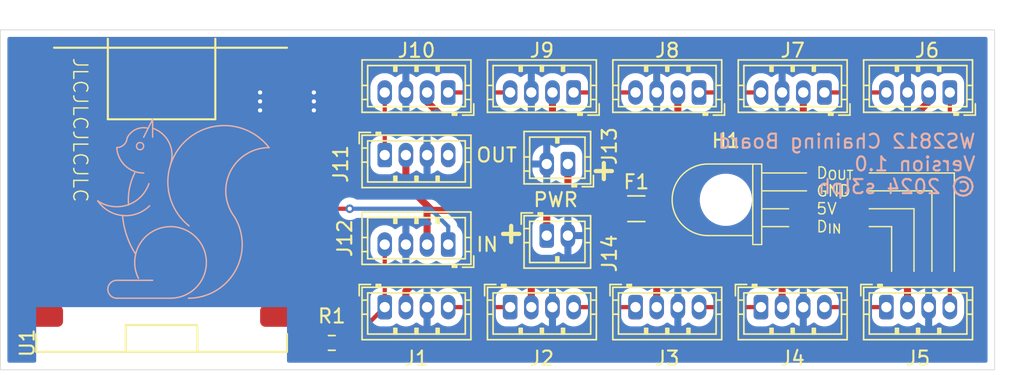
<source format=kicad_pcb>
(kicad_pcb
	(version 20240108)
	(generator "pcbnew")
	(generator_version "8.0")
	(general
		(thickness 1.6)
		(legacy_teardrops no)
	)
	(paper "A4")
	(layers
		(0 "F.Cu" signal)
		(31 "B.Cu" signal)
		(32 "B.Adhes" user "B.Adhesive")
		(33 "F.Adhes" user "F.Adhesive")
		(34 "B.Paste" user)
		(35 "F.Paste" user)
		(36 "B.SilkS" user "B.Silkscreen")
		(37 "F.SilkS" user "F.Silkscreen")
		(38 "B.Mask" user)
		(39 "F.Mask" user)
		(40 "Dwgs.User" user "User.Drawings")
		(41 "Cmts.User" user "User.Comments")
		(42 "Eco1.User" user "User.Eco1")
		(43 "Eco2.User" user "User.Eco2")
		(44 "Edge.Cuts" user)
		(45 "Margin" user)
		(46 "B.CrtYd" user "B.Courtyard")
		(47 "F.CrtYd" user "F.Courtyard")
		(48 "B.Fab" user)
		(49 "F.Fab" user)
		(50 "User.1" user)
		(51 "User.2" user)
		(52 "User.3" user)
		(53 "User.4" user)
		(54 "User.5" user)
		(55 "User.6" user)
		(56 "User.7" user)
		(57 "User.8" user)
		(58 "User.9" user)
	)
	(setup
		(pad_to_mask_clearance 0)
		(allow_soldermask_bridges_in_footprints no)
		(pcbplotparams
			(layerselection 0x00010fc_ffffffff)
			(plot_on_all_layers_selection 0x0000000_00000000)
			(disableapertmacros no)
			(usegerberextensions no)
			(usegerberattributes yes)
			(usegerberadvancedattributes yes)
			(creategerberjobfile yes)
			(dashed_line_dash_ratio 12.000000)
			(dashed_line_gap_ratio 3.000000)
			(svgprecision 4)
			(plotframeref no)
			(viasonmask no)
			(mode 1)
			(useauxorigin no)
			(hpglpennumber 1)
			(hpglpenspeed 20)
			(hpglpendiameter 15.000000)
			(pdf_front_fp_property_popups yes)
			(pdf_back_fp_property_popups yes)
			(dxfpolygonmode yes)
			(dxfimperialunits yes)
			(dxfusepcbnewfont yes)
			(psnegative no)
			(psa4output no)
			(plotreference yes)
			(plotvalue yes)
			(plotfptext yes)
			(plotinvisibletext no)
			(sketchpadsonfab no)
			(subtractmaskfromsilk no)
			(outputformat 1)
			(mirror no)
			(drillshape 0)
			(scaleselection 1)
			(outputdirectory "/tmp/foo/")
		)
	)
	(net 0 "")
	(net 1 "+5F")
	(net 2 "+5V")
	(net 3 "GND")
	(net 4 "Net-(J1-Pin_4)")
	(net 5 "Net-(J2-Pin_4)")
	(net 6 "Net-(J3-Pin_4)")
	(net 7 "Net-(J4-Pin_4)")
	(net 8 "Net-(J5-Pin_4)")
	(net 9 "Net-(J6-Pin_4)")
	(net 10 "Net-(J7-Pin_4)")
	(net 11 "Net-(J8-Pin_4)")
	(net 12 "Net-(J10-Pin_1)")
	(net 13 "Net-(J10-Pin_4)")
	(net 14 "BTN")
	(net 15 "unconnected-(J11-Pin_4-Pad4)")
	(net 16 "unconnected-(U1-D7-Pad3)")
	(net 17 "unconnected-(U1-D1-Pad10)")
	(net 18 "unconnected-(U1-D5-Pad1)")
	(net 19 "unconnected-(U1-D6-Pad2)")
	(net 20 "unconnected-(U1-D9-Pad5)")
	(net 21 "unconnected-(U1-D20-Pad7)")
	(net 22 "unconnected-(U1-D10-Pad6)")
	(net 23 "unconnected-(U1-D4-Pad13)")
	(net 24 "unconnected-(U1-D21-Pad8)")
	(net 25 "unconnected-(U1-D8-Pad4)")
	(net 26 "unconnected-(U1-3V3-Pad14)")
	(net 27 "D_{IN}")
	(net 28 "Net-(U1-D0)")
	(net 29 "unconnected-(U1-D2-Pad11)")
	(footprint "Connector_JST:JST_ZH_B4B-ZR_1x04_P1.50mm_Vertical" (layer "F.Cu") (at 210.82 60.325 180))
	(footprint "Connector_JST:JST_ZH_B4B-ZR_1x04_P1.50mm_Vertical" (layer "F.Cu") (at 219.71 60.325 180))
	(footprint "Connector_JST:JST_ZH_B4B-ZR_1x04_P1.50mm_Vertical" (layer "F.Cu") (at 206.32 75.565))
	(footprint "Connector_JST:JST_ZH_B4B-ZR_1x04_P1.50mm_Vertical" (layer "F.Cu") (at 232.99 75.565))
	(footprint "MountingHole:MountingHole_3.2mm_M3" (layer "F.Cu") (at 230.505 67.945))
	(footprint "Connector_JST:JST_ZH_B2B-ZR_1x02_P1.50mm_Vertical" (layer "F.Cu") (at 217.805 70.485))
	(footprint "Fuse:Fuse_1206_3216Metric" (layer "F.Cu") (at 224.155 68.58))
	(footprint "Connector_JST:JST_ZH_B2B-ZR_1x02_P1.50mm_Vertical" (layer "F.Cu") (at 219.305 65.405 180))
	(footprint "ledbcp:ESP32C3" (layer "F.Cu") (at 181.61 76.2))
	(footprint "Connector_JST:JST_ZH_B4B-ZR_1x04_P1.50mm_Vertical" (layer "F.Cu") (at 241.88 75.565))
	(footprint "Connector_JST:JST_ZH_B4B-ZR_1x04_P1.50mm_Vertical" (layer "F.Cu") (at 237.49 60.325 180))
	(footprint "Connector_JST:JST_ZH_B4B-ZR_1x04_P1.50mm_Vertical" (layer "F.Cu") (at 228.6 60.325 180))
	(footprint "Resistor_SMD:R_0603_1608Metric" (layer "F.Cu") (at 202.565 78.105))
	(footprint "Connector_JST:JST_ZH_B4B-ZR_1x04_P1.50mm_Vertical" (layer "F.Cu") (at 246.38 60.325 180))
	(footprint "Connector_JST:JST_ZH_B4B-ZR_1x04_P1.50mm_Vertical" (layer "F.Cu") (at 224.1 75.565))
	(footprint "Connector_JST:JST_ZH_B4B-ZR_1x04_P1.50mm_Vertical" (layer "F.Cu") (at 210.82 71.12 180))
	(footprint "Connector_JST:JST_ZH_B4B-ZR_1x04_P1.50mm_Vertical" (layer "F.Cu") (at 215.21 75.565))
	(footprint "Connector_JST:JST_ZH_B4B-ZR_1x04_P1.50mm_Vertical" (layer "F.Cu") (at 206.32 64.77))
	(gr_line
		(start 187.325 74.93)
		(end 191.135 74.93)
		(stroke
			(width 0.1)
			(type default)
		)
		(layer "B.SilkS")
		(uuid "04c369d0-d0b6-423b-9082-d07c89f05c0b")
	)
	(gr_arc
		(start 189.598474 66.797825)
		(mid 188.092623 68.310184)
		(end 185.977963 68.022038)
		(stroke
			(width 0.1)
			(type default)
		)
		(layer "B.SilkS")
		(uuid "0a397e8f-e23e-4dc0-a42d-1aae76820a48")
	)
	(gr_arc
		(start 188.059118 63.549559)
		(mid 188.68299 62.945679)
		(end 189.5475 62.865)
		(stroke
			(width 0.1)
			(type default)
		)
		(layer "B.SilkS")
		(uuid "151b5aba-f355-4963-a06f-6f11b3b8fe00")
	)
	(gr_arc
		(start 189.865 62.865)
		(mid 191.026051 63.871974)
		(end 191.135 65.405)
		(stroke
			(width 0.1)
			(type default)
		)
		(layer "B.SilkS")
		(uuid "25d6be35-82c9-488a-9f56-45ec718b717d")
	)
	(gr_arc
		(start 192.446119 69.798602)
		(mid 192.146086 63.817138)
		(end 198.119999 64.241756)
		(stroke
			(width 0.1)
			(type default)
		)
		(layer "B.SilkS")
		(uuid "31c797e5-88f1-4731-8758-fb87cb84d6b7")
	)
	(gr_arc
		(start 188.620987 71.738758)
		(mid 188.017023 70.452991)
		(end 187.734494 69.060818)
		(stroke
			(width 0.1)
			(type default)
		)
		(layer "B.SilkS")
		(uuid "31c983a1-64da-4f7a-810e-aaeab53745b8")
	)
	(gr_arc
		(start 188.160483 68.304436)
		(mid 188.221613 67.142259)
		(end 188.595 66.04)
		(stroke
			(width 0.1)
			(type default)
		)
		(layer "B.SilkS")
		(uuid "4115bf91-4371-444e-8f88-8e022ddabd74")
	)
	(gr_arc
		(start 187.325 74.93)
		(mid 186.69 74.295)
		(end 187.325 73.66)
		(stroke
			(width 0.1)
			(type default)
		)
		(layer "B.SilkS")
		(uuid "5b9dacb1-cada-4af0-a242-48b99c7ad0cb")
	)
	(gr_arc
		(start 195.672048 69.159771)
		(mid 195.720462 72.997182)
		(end 192.405 74.93)
		(stroke
			(width 0.1)
			(type default)
		)
		(layer "B.SilkS")
		(uuid "6b4eb480-0364-4423-8765-a79aa2634984")
	)
	(gr_line
		(start 187.325 73.66)
		(end 189.865 73.66)
		(stroke
			(width 0.1)
			(type default)
		)
		(layer "B.SilkS")
		(uuid "854797b9-21cb-49aa-89c1-be4be76bf3e4")
	)
	(gr_arc
		(start 189.23 66.042664)
		(mid 187.917195 65.519097)
		(end 187.325 64.235788)
		(stroke
			(width 0.1)
			(type default)
		)
		(layer "B.SilkS")
		(uuid "91523173-ec7a-425d-8a33-8409eccb2dc6")
	)
	(gr_line
		(start 189.865 62.23)
		(end 189.23 63.5)
		(stroke
			(width 0.1)
			(type default)
		)
		(layer "B.SilkS")
		(uuid "ae465ee2-83f1-4c61-a110-ec6a22c24ae8")
	)
	(gr_arc
		(start 188.863155 73.525923)
		(mid 192.470357 70.229347)
		(end 191.135 74.93)
		(stroke
			(width 0.1)
			(type default)
		)
		(layer "B.SilkS")
		(uuid "c20b1c98-ffaf-431f-b5c3-d49b103178e4")
	)
	(gr_arc
		(start 189.654547 68.369547)
		(mid 187.734493 69.060818)
		(end 185.977963 68.022038)
		(stroke
			(width 0.1)
			(type default)
		)
		(layer "B.SilkS")
		(uuid "cd5928b3-ebf4-46eb-a392-ee106ac770a5")
	)
	(gr_arc
		(start 195.672048 69.159771)
		(mid 195.373214 65.942782)
		(end 198.12 64.241756)
		(stroke
			(width 0.1)
			(type default)
		)
		(layer "B.SilkS")
		(uuid "eaa83ee3-3237-4920-9d71-fa8cd37b9af8")
	)
	(gr_line
		(start 189.865 63.5)
		(end 189.865 62.23)
		(stroke
			(width 0.1)
			(type default)
		)
		(layer "B.SilkS")
		(uuid "ef6915ca-8dc0-463a-87e3-982582b0c7ed")
	)
	(gr_circle
		(center 188.976 64.135)
		(end 188.976 63.881)
		(stroke
			(width 0.1)
			(type default)
		)
		(fill none)
		(layer "B.SilkS")
		(uuid "f01ea037-5f01-4b8d-ba51-96ebaf155cf1")
	)
	(gr_arc
		(start 188.059117 63.549559)
		(mid 187.827453 64.037517)
		(end 187.325 64.235788)
		(stroke
			(width 0.1)
			(type default)
		)
		(layer "B.SilkS")
		(uuid "f4452905-e959-491f-9572-ac94d805dc3b")
	)
	(gr_line
		(start 242.2525 69.85)
		(end 240.665 69.85)
		(stroke
			(width 0.1)
			(type default)
		)
		(layer "F.SilkS")
		(uuid "1c850b5d-152a-4ea0-b123-a21badd309f5")
	)
	(gr_line
		(start 243.84 68.58)
		(end 243.84 73.025)
		(stroke
			(width 0.1)
			(type default)
		)
		(layer "F.SilkS")
		(uuid "2a27bf2e-7521-4c99-8828-d25820d54b59")
	)
	(gr_line
		(start 233.045 67.31)
		(end 236.22 67.31)
		(stroke
			(width 0.1)
			(type default)
		)
		(layer "F.SilkS")
		(uuid "3a73e602-a2d4-467d-a307-e736fb962e26")
	)
	(gr_arc
		(start 229.235 70.485)
		(mid 226.695 67.945)
		(end 229.235 65.405)
		(stroke
			(width 0.1)
			(type default)
		)
		(layer "F.SilkS")
		(uuid "46ccc757-e295-413e-ad3a-72ff12cba1da")
	)
	(gr_line
		(start 240.665 68.58)
		(end 243.84 68.58)
		(stroke
			(width 0.1)
			(type default)
		)
		(layer "F.SilkS")
		(uuid "6e62c1b8-af15-4b42-a4c2-589250df9ea5")
	)
	(gr_line
		(start 232.41 70.485)
		(end 229.235 70.485)
		(stroke
			(width 0.1)
			(type default)
		)
		(layer "F.SilkS")
		(uuid "7fd80ff6-aa98-4c39-a955-c49300475e87")
	)
	(gr_line
		(start 233.045 68.58)
		(end 234.95 68.58)
		(stroke
			(width 0.1)
			(type default)
		)
		(layer "F.SilkS")
		(uuid "8c7f69b5-1bf8-4b8a-abe5-0c12543ae032")
	)
	(gr_line
		(start 246.6975 66.04)
		(end 246.6975 73.025)
		(stroke
			(width 0.1)
			(type default)
		)
		(layer "F.SilkS")
		(uuid "8eb7e1f8-7566-430e-9729-17131a724f7e")
	)
	(gr_line
		(start 240.665 67.31)
		(end 245.11 67.31)
		(stroke
			(width 0.1)
			(type default)
		)
		(layer "F.SilkS")
		(uuid "94af2848-c324-4091-9a16-4ef8c00116e6")
	)
	(gr_line
		(start 245.11 67.31)
		(end 245.11 73.025)
		(stroke
			(width 0.1)
			(type default)
		)
		(layer "F.SilkS")
		(uuid "a2496809-0724-4f69-93ef-76df62abd6db")
	)
	(gr_rect
		(start 232.41 65.405)
		(end 233.045 71.12)
		(stroke
			(width 0.1)
			(type default)
		)
		(fill none)
		(layer "F.SilkS")
		(uuid "ae15aff7-bd6b-43f8-a2a0-5960131869cd")
	)
	(gr_line
		(start 233.045 69.85)
		(end 234.95 69.85)
		(stroke
			(width 0.1)
			(type default)
		)
		(layer "F.SilkS")
		(uuid "b176b9b8-9d0c-472d-b4cc-6fa5cbdb76e1")
	)
	(gr_line
		(start 233.045 66.04)
		(end 236.22 66.04)
		(stroke
			(width 0.1)
			(type default)
		)
		(layer "F.SilkS")
		(uuid "b4c53f97-5e65-4fa1-9395-2e45487f9db3")
	)
	(gr_line
		(start 232.41 65.405)
		(end 229.235 65.405)
		(stroke
			(width 0.1)
			(type default)
		)
		(layer "F.SilkS")
		(uuid "c67087a1-6868-4dd4-ac48-ddfda3379f93")
	)
	(gr_line
		(start 242.2525 73.025)
		(end 242.2525 69.85)
		(stroke
			(width 0.1)
			(type default)
		)
		(layer "F.SilkS")
		(uuid "c77985a5-d5c5-471c-8595-4085a29a11de")
	)
	(gr_line
		(start 240.665 66.04)
		(end 246.6975 66.04)
		(stroke
			(width 0.1)
			(type default)
		)
		(layer "F.SilkS")
		(uuid "c9b10310-83f0-4bca-b6bc-8634b4336179")
	)
	(gr_rect
		(start 179.07 55.88)
		(end 249.555 80.01)
		(stroke
			(width 0.05)
			(type default)
		)
		(fill none)
		(layer "Edge.Cuts")
		(uuid "3298ed30-f1fd-4632-8ce0-1d8057c2018b")
	)
	(gr_text "WS2812 Chaining Board\nVersion 1.0\n© 2024 s3lph"
		(at 248.285 65.405 0)
		(layer "B.SilkS")
		(uuid "b5215d0b-2a47-4af8-a491-dc61bb10e710")
		(effects
			(font
				(size 1 1)
				(thickness 0.15)
			)
			(justify left mirror)
		)
	)
	(gr_text "PWR"
		(at 218.44 67.945 0)
		(layer "F.SilkS")
		(uuid "0073854f-944b-410d-9ea0-e4beaac98687")
		(effects
			(font
				(size 1 1)
				(thickness 0.15)
			)
		)
	)
	(gr_text "+"
		(at 216.408 69.596 180)
		(layer "F.SilkS")
		(uuid "342db025-161d-462b-ad0c-f6ac2d53ebee")
		(effects
			(font
				(size 1.5 1.5)
				(thickness 0.3)
				(bold yes)
			)
			(justify left bottom)
		)
	)
	(gr_text "5V"
		(at 236.855 68.58 0)
		(layer "F.SilkS")
		(uuid "5d4bba82-e161-44eb-8f8e-4b3f55d7dbbf")
		(effects
			(font
				(size 0.8 0.8)
				(thickness 0.1)
			)
			(justify left)
		)
	)
	(gr_text "D_{IN}"
		(at 236.855 69.85 0)
		(layer "F.SilkS")
		(uuid "65eac8dc-455d-4437-a40e-c53a144fd73f")
		(effects
			(font
				(size 0.8 0.8)
				(thickness 0.1)
			)
			(justify left)
		)
	)
	(gr_text "GND"
		(at 236.855 67.31 0)
		(layer "F.SilkS")
		(uuid "69846282-cd88-4823-9619-2e07e06a0030")
		(effects
			(font
				(size 0.8 0.8)
				(thickness 0.1)
			)
			(justify left)
		)
	)
	(gr_text "JLCJLCJLCJLC"
		(at 184.15 57.785 -90)
		(layer "F.SilkS")
		(uuid "96733c56-d94e-48d2-bef7-8cadff7b3fa8")
		(effects
			(font
				(size 1 1)
				(thickness 0.1)
			)
			(justify left bottom)
		)
	)
	(gr_text "+"
		(at 220.726 66.675 0)
		(layer "F.SilkS")
		(uuid "ab899919-1103-4717-8a6d-48ffec4d559c")
		(effects
			(font
				(size 1.5 1.5)
				(thickness 0.3)
				(bold yes)
			)
			(justify left bottom)
		)
	)
	(gr_text "OUT"
		(at 212.725 64.77 0)
		(layer "F.SilkS")
		(uuid "b19a9bc4-2ae1-481a-8edd-cca45bc98618")
		(effects
			(font
				(size 1 1)
				(thickness 0.15)
			)
			(justify left)
		)
	)
	(gr_text "IN"
		(at 212.725 71.12 0)
		(layer "F.SilkS")
		(uuid "bf50e774-f438-47c7-a187-c8d5a39f8171")
		(effects
			(font
				(size 1 1)
				(thickness 0.15)
			)
			(justify left)
		)
	)
	(gr_text "D_{OUT}"
		(at 236.855 66.04 0)
		(layer "F.SilkS")
		(uuid "d1dfb74f-7565-4f38-87f7-a5e5a2b77b12")
		(effects
			(font
				(size 0.8 0.8)
				(thickness 0.1)
			)
			(justify left)
		)
	)
	(segment
		(start 225.425 68.71)
		(end 225.425 73.66)
		(width 0.5)
		(layer "F.Cu")
		(net 1)
		(uuid "106d0db2-d6ab-44de-9835-86b469b36ea0")
	)
	(segment
		(start 244.88 60.325)
		(end 244.88 60.99)
		(width 0.5)
		(layer "F.Cu")
		(net 1)
		(uuid "160fecfe-946c-4c88-947a-f337e1ea7a2e")
	)
	(segment
		(start 234.49 73.835)
		(end 234.315 73.66)
		(width 0.5)
		(layer "F.Cu")
		(net 1)
		(uuid "1bc10340-58f2-4cf8-877c-f2c648e07660")
	)
	(segment
		(start 227.1 60.325)
		(end 227.1 62)
		(width 0.5)
		(layer "F.Cu")
		(net 1)
		(uuid "22f976b6-53cf-4343-95f7-7eb74c5dfe70")
	)
	(segment
		(start 208.577642 73.66)
		(end 207.82 74.417642)
		(width 0.5)
		(layer "F.Cu")
		(net 1)
		(uuid "3a01e81e-5d6a-4ed7-aecd-17d5b126f623")
	)
	(segment
		(start 225.6 75.565)
		(end 225.6 73.835)
		(width 0.5)
		(layer "F.Cu")
		(net 1)
		(uuid "3c958c42-5671-4b2e-97d0-60ac593f813a")
	)
	(segment
		(start 225.6 73.835)
		(end 225.425 73.66)
		(width 0.5)
		(layer "F.Cu")
		(net 1)
		(uuid "439b8f4d-0eec-4f09-add0-4010741c8650")
	)
	(segment
		(start 225.555 68.58)
		(end 225.425 68.45)
		(width 0.5)
		(layer "F.Cu")
		(net 1)
		(uuid "441c5b8d-f2e5-4cd0-b724-f396ae000a57")
	)
	(segment
		(start 210.56 62.23)
		(end 209.32 60.99)
		(width 0.5)
		(layer "F.Cu")
		(net 1)
		(uuid "507d1f7f-1370-49cb-8d7c-76e199e01672")
	)
	(segment
		(start 225.425 68.45)
		(end 225.425 62.23)
		(width 0.5)
		(layer "F.Cu")
		(net 1)
		(uuid "5229d0c9-3933-402b-b8bb-5180a7324ec2")
	)
	(segment
		(start 218.21 62)
		(end 218.44 62.23)
		(width 0.5)
		(layer "F.Cu")
		(net 1)
		(uuid "55758300-3fc2-4d97-ab90-6611254536c4")
	)
	(segment
		(start 216.71 75.565)
		(end 216.71 73.835)
		(width 0.5)
		(layer "F.Cu")
		(net 1)
		(uuid "5610f321-0e86-4eb9-b1e0-6b5b9bda0770")
	)
	(segment
		(start 225.425 62.23)
		(end 224.79 62.23)
		(width 0.5)
		(layer "F.Cu")
		(net 1)
		(uuid "565afa55-9cc7-422e-a904-ad652c9eff7d")
	)
	(segment
		(start 224.79 73.66)
		(end 216.535 73.66)
		(width 0.5)
		(layer "F.Cu")
		(net 1)
		(uuid "646c2473-807e-4275-94a5-b4e3ef1f2d6c")
	)
	(segment
		(start 236.22 62.23)
		(end 236.855 62.23)
		(width 0.5)
		(layer "F.Cu")
		(net 1)
		(uuid "7ce9fbc8-3f01-4238-adfc-f6ac43295b66")
	)
	(segment
		(start 218.21 60.325)
		(end 218.21 62)
		(width 0.5)
		(layer "F.Cu")
		(net 1)
		(uuid "8afae1b8-34e9-4652-8d8f-a870635e4116")
	)
	(segment
		(start 243.38 75.565)
		(end 243.38 74.2)
		(width 0.5)
		(layer "F.Cu")
		(net 1)
		(uuid "8b42a238-8dd5-47cd-8aba-9c667b8c9fbe")
	)
	(segment
		(start 225.555 68.58)
		(end 225.425 68.71)
		(width 0.5)
		(layer "F.Cu")
		(net 1)
		(uuid "8f2c5cb8-13cc-45d3-9163-796b71712cc6")
	)
	(segment
		(start 242.84 73.66)
		(end 234.315 73.66)
		(width 0.5)
		(layer "F.Cu")
		(net 1)
		(uuid "90152d41-d26e-4940-96a2-43d3f4606e1b")
	)
	(segment
		(start 216.535 73.66)
		(end 208.577642 73.66)
		(width 0.5)
		(layer "F.Cu")
		(net 1)
		(uuid "90ee8c23-04af-4087-9913-eb8afdf4b4e9")
	)
	(segment
		(start 225.425 73.66)
		(end 224.79 73.66)
		(width 0.5)
		(layer "F.Cu")
		(net 1)
		(uuid "90f9efe1-20c4-4255-a734-4db3e2c42635")
	)
	(segment
		(start 234.49 75.565)
		(end 234.49 73.835)
		(width 0.5)
		(layer "F.Cu")
		(net 1)
		(uuid "91f7289a-a108-4c8d-9a5f-25b69feee2ce")
	)
	(segment
		(start 243.64 62.23)
		(end 236.855 62.23)
		(width 0.5)
		(layer "F.Cu")
		(net 1)
		(uuid "ad6c6bd1-ba40-49ea-af07-d0951d1d2ea7")
	)
	(segment
		(start 235.99 60.325)
		(end 235.99 62)
		(width 0.5)
		(layer "F.Cu")
		(net 1)
		(uuid "add91d8b-c54f-4799-9802-b2bd6e6d4dad")
	)
	(segment
		(start 218.44 62.23)
		(end 210.56 62.23)
		(width 0.5)
		(layer "F.Cu")
		(net 1)
		(uuid "b267e532-6d1f-4f00-880a-0c3bf08efd07")
	)
	(segment
		(start 209.32 60.99)
		(end 209.32 60.325)
		(width 0.5)
		(layer "F.Cu")
		(net 1)
		(uuid "b62a7370-1f80-4598-bc76-1685c8699280")
	)
	(segment
		(start 243.38 74.2)
		(end 242.84 73.66)
		(width 0.5)
		(layer "F.Cu")
		(net 1)
		(uuid "bb86e8fc-b541-4b83-bb5c-67987c87fa6e")
	)
	(segment
		(start 236.855 62.23)
		(end 227.33 62.23)
		(width 0.5)
		(layer "F.Cu")
		(net 1)
		(uuid "bdd9ed89-ef50-488a-8d6d-84ac4ad7562e")
	)
	(segment
		(start 224.79 62.23)
		(end 218.44 62.23)
		(width 0.5)
		(layer "F.Cu")
		(net 1)
		(uuid "ca1e8b77-2a4b-46fb-8303-64cf88facd8f")
	)
	(segment
		(start 227.33 62.23)
		(end 225.425 62.23)
		(width 0.5)
		(layer "F.Cu")
		(net 1)
		(uuid "d3bde49e-d5d4-45e6-aa4b-7c3da3fd82d1")
	)
	(segment
		(start 227.1 62)
		(end 227.33 62.23)
		(width 0.5)
		(layer "F.Cu")
		(net 1)
		(uuid "e7e7028d-060b-4add-bbd2-a8359c4159a1")
	)
	(segment
		(start 207.82 74.417642)
		(end 207.82 75.565)
		(width 0.5)
		(layer "F.Cu")
		(net 1)
		(uuid "ee01631d-519e-4f85-8592-4e54a9e03f61")
	)
	(segment
		(start 234.315 73.66)
		(end 225.425 73.66)
		(width 0.5)
		(layer "F.Cu")
		(net 1)
		(uuid "f512db4b-c597-4478-a247-3974f2eb9f3a")
	)
	(segment
		(start 235.99 62)
		(end 236.22 62.23)
		(width 0.5)
		(layer "F.Cu")
		(net 1)
		(uuid "f564618c-d335-45c0-ab64-053d9de27138")
	)
	(segment
		(start 244.88 60.99)
		(end 243.64 62.23)
		(width 0.5)
		(layer "F.Cu")
		(net 1)
		(uuid "fb753375-1678-4251-84fb-2961704868f2")
	)
	(segment
		(start 219.075 68.695)
		(end 222.64 68.695)
		(width 0.5)
		(layer "F.Cu")
		(net 2)
		(uuid "240fede0-b004-4fa1-871b-b8f13b0c71f6")
	)
	(segment
		(start 219.305 68.465)
		(end 219.075 68.695)
		(width 0.5)
		(layer "F.Cu")
		(net 2)
		(uuid "3f628552-5a3b-41ac-b539-97047624001f")
	)
	(segment
		(start 209.32 68.35)
		(end 207.82 66.85)
		(width 0.5)
		(layer "F.Cu")
		(net 2)
		(uuid "48ccceef-83ab-4021-b919-78bcfd16d7df")
	)
	(segment
		(start 222.64 68.695)
		(end 222.755 68.58)
		(width 0.5)
		(layer "F.Cu")
		(net 2)
		(uuid "4b4db481-086d-49fa-9a3a-30f802c33fdb")
	)
	(segment
		(start 203.2 65.405)
		(end 203.2 59.69)
		(width 0.5)
		(layer "F.Cu")
		(net 2)
		(uuid "4c7c5994-f1b6-424b-be0b-de53c2d98ca7")
	)
	(segment
		(start 203.2 59.69)
		(end 201.93 58.42)
		(width 0.5)
		(layer "F.Cu")
		(net 2)
		(uuid "6fac6e17-cd01-42c6-ba0f-088f11776ed8")
	)
	(segment
		(start 218.89 68.695)
		(end 219.075 68.695)
		(width 0.5)
		(layer "F.Cu")
		(net 2)
		(uuid "7b6bacd1-83f0-48e3-8726-ece6938208c6")
	)
	(segment
		(start 207.82 66.85)
		(end 204.645 66.85)
		(width 0.5)
		(layer "F.Cu")
		(net 2)
		(uuid "7d92ecb8-0767-49d6-ad07-57e3ad7e5eba")
	)
	(segment
		(start 209.32 71.12)
		(end 209.32 68.35)
		(width 0.5)
		(layer "F.Cu")
		(net 2)
		(uuid "8bd17fda-30f7-4e27-80e2-f959bcadd6cf")
	)
	(segment
		(start 217.805 68.695)
		(end 209.665 68.695)
		(width 0.5)
		(layer "F.Cu")
		(net 2)
		(uuid "9a4e88ea-0902-4c03-b154-aef435982c82")
	)
	(segment
		(start 218.89 68.695)
		(end 217.805 68.695)
		(width 0.5)
		(layer "F.Cu")
		(net 2)
		(uuid "a4027cf7-b666-4e5e-93e3-598bffa6220c")
	)
	(segment
		(start 204.645 66.85)
		(end 203.2 65.405)
		(width 0.5)
		(layer "F.Cu")
		(net 2)
		(uuid "a663cfdc-17f2-4a37-bacd-c69f7d6e8708")
	)
	(segment
		(start 207.82 66.85)
		(end 207.82 64.77)
		(width 0.5)
		(layer "F.Cu")
		(net 2)
		(uuid "c07bbb18-c738-4ba8-a86e-c1e4d65b967c")
	)
	(segment
		(start 209.665 68.695)
		(end 209.32 68.35)
		(width 0.5)
		(layer "F.Cu")
		(net 2)
		(uuid "c12b43be-4dfb-42ad-a55b-26bc695cefaa")
	)
	(segment
		(start 219.305 65.405)
		(end 219.305 68.465)
		(width 0.5)
		(layer "F.Cu")
		(net 2)
		(uuid "dfcd2cde-9b8e-4e36-b15a-89c852169fc8")
	)
	(segment
		(start 217.805 70.485)
		(end 217.805 68.695)
		(width 0.5)
		(layer "F.Cu")
		(net 2)
		(uuid "ef3659fb-f402-43ec-9031-60ed77465af1")
	)
	(segment
		(start 201.93 58.42)
		(end 199.39 58.42)
		(width 0.5)
		(layer "F.Cu")
		(net 2)
		(uuid "f39d362a-07ba-4f05-8557-26ddcf8f23dd")
	)
	(via
		(at 201.295 60.325)
		(size 0.6)
		(drill 0.3)
		(layers "F.Cu" "B.Cu")
		(free yes)
		(net 3)
		(uuid "18dbf1c6-dd33-4e15-979e-7fcbaf1fcd2b")
	)
	(via
		(at 197.485 60.325)
		(size 0.6)
		(drill 0.3)
		(layers "F.Cu" "B.Cu")
		(free yes)
		(net 3)
		(uuid "3928a7e9-9edc-4a68-9b10-454b6867ec2e")
	)
	(via
		(at 197.485 60.96)
		(size 0.6)
		(drill 0.3)
		(layers "F.Cu" "B.Cu")
		(net 3)
		(uuid "4f06ea05-f71a-45aa-b37f-15bc13717c53")
	)
	(via
		(at 201.295 60.96)
		(size 0.6)
		(drill 0.3)
		(layers "F.Cu" "B.Cu")
		(free yes)
		(net 3)
		(uuid "567225b0-6420-4078-8c93-0e3704536ccc")
	)
	(via
		(at 197.485 61.595)
		(size 0.6)
		(drill 0.3)
		(layers "F.Cu" "B.Cu")
		(free yes)
		(net 3)
		(uuid "5f38f817-4cc1-4171-b114-792390db0a96")
	)
	(via
		(at 201.295 61.595)
		(size 0.6)
		(drill 0.3)
		(layers "F.Cu" "B.Cu")
		(free yes)
		(net 3)
		(uuid "7ca05e76-5552-4e03-ae4f-ddbd2d91965c")
	)
	(segment
		(start 210.82 75.565)
		(end 215.21 75.565)
		(width 0.3)
		(layer "F.Cu")
		(net 4)
		(uuid "398801bf-07d0-4d3b-9d2f-2eebaa554e3b")
	)
	(segment
		(start 219.71 75.565)
		(end 224.1 75.565)
		(width 0.3)
		(layer "F.Cu")
		(net 5)
		(uuid "e4bfbc3b-42ac-485e-87da-2d18445e5511")
	)
	(segment
		(start 228.6 75.565)
		(end 232.99 75.565)
		(width 0.3)
		(layer "F.Cu")
		(net 6)
		(uuid "3a0f3b51-cb21-49f8-ab39-814cdf628185")
	)
	(segment
		(start 237.49 75.565)
		(end 241.88 75.565)
		(width 0.3)
		(layer "F.Cu")
		(net 7)
		(uuid "1ac01b77-7336-46e0-924e-e05dfe0ecb97")
	)
	(segment
		(start 246.38 60.325)
		(end 246.38 75.565)
		(width 0.3)
		(layer "F.Cu")
		(net 8)
		(uuid "005d9ac9-247e-47e8-9d67-47bea80e5b22")
	)
	(segment
		(start 241.88 60.325)
		(end 237.49 60.325)
		(width 0.3)
		(layer "F.Cu")
		(net 9)
		(uuid "ef7e69a3-4fc7-4dc1-b94d-ca8655995c65")
	)
	(segment
		(start 232.99 60.325)
		(end 228.6 60.325)
		(width 0.3)
		(layer "F.Cu")
		(net 10)
		(uuid "66528275-a85a-44cf-98e2-6a6b92e6d0ab")
	)
	(segment
		(start 224.1 60.325)
		(end 219.71 60.325)
		(width 0.3)
		(layer "F.Cu")
		(net 11)
		(uuid "81ec4061-8013-4684-af3e-c8e8172e148f")
	)
	(segment
		(start 215.21 60.325)
		(end 210.82 60.325)
		(width 0.3)
		(layer "F.Cu")
		(net 12)
		(uuid "fef76de9-4912-4e51-8f28-b7dfbe594572")
	)
	(segment
		(start 206.32 64.77)
		(end 206.32 60.325)
		(width 0.3)
		(layer "F.Cu")
		(net 13)
		(uuid "c9f3e954-fff8-4a83-93db-e607cc3252f9")
	)
	(segment
		(start 203.835 68.58)
		(end 203.835012 68.580012)
		(width 0.3)
		(layer "F.Cu")
		(net 14)
		(uuid "396ea336-1ffe-4d85-947a-af044689b14d")
	)
	(segment
		(start 199.39 68.58)
		(end 203.835 68.58)
		(width 0.3)
		(layer "F.Cu")
		(net 14)
		(uuid "a18e48bc-0788-4a8a-93b4-26ea742903ea")
	)
	(via
		(at 203.835012 68.580012)
		(size 0.6)
		(drill 0.3)
		(layers "F.Cu" "B.Cu")
		(net 14)
		(uuid "847b9487-34f6-43b6-9c7a-ca5eeead0fb4")
	)
	(segment
		(start 209.550012 68.580012)
		(end 203.835012 68.580012)
		(width 0.3)
		(layer "B.Cu")
		(net 14)
		(uuid "21e9e56b-9702-4031-98e6-92f6de637f48")
	)
	(segment
		(start 210.82 69.85)
		(end 209.550012 68.580012)
		(width 0.3)
		(layer "B.Cu")
		(net 14)
		(uuid "2a6a9f5c-fcca-443e-a9a1-b83d8f84812a")
	)
	(segment
		(start 210.82 71.12)
		(end 210.82 69.85)
		(width 0.3)
		(layer "B.Cu")
		(net 14)
		(uuid "ee2ee46d-8f2a-4a5b-8fb0-5df1902decb1")
	)
	(segment
		(start 203.78 78.105)
		(end 203.39 78.105)
		(width 0.3)
		(layer "F.Cu")
		(net 27)
		(uuid "55f3af7c-6fe7-4f26-8acc-414267e4d662")
	)
	(segment
		(start 206.32 75.565)
		(end 203.78 78.105)
		(width 0.3)
		(layer "F.Cu")
		(net 27)
		(uuid "bc627017-021f-4e9d-8692-c2dd9b780f9b")
	)
	(segment
		(start 206.32 75.565)
		(end 206.32 71.12)
		(width 0.3)
		(layer "F.Cu")
		(net 27)
		(uuid "dece0496-664b-456d-b210-1c6d57543520")
	)
	(segment
		(start 201.74 78.105)
		(end 200.66 77.025)
		(width 0.3)
		(layer "F.Cu")
		(net 28)
		(uuid "2bb00152-492b-4af8-88fb-12d74051d69f")
	)
	(segment
		(start 200.66 77.025)
		(end 200.66 76.2)
		(width 0.3)
		(layer "F.Cu")
		(net 28)
		(uuid "d088414a-5d67-4bab-86c4-f745d999f043")
	)
	(zone
		(net 3)
		(net_name "GND")
		(layer "B.Cu")
		(uuid "cecf51e5-63b7-44f4-bc0e-3fd163606128")
		(hatch edge 0.5)
		(priority 1)
		(connect_pads
			(clearance 0.5)
		)
		(min_thickness 0.25)
		(filled_areas_thickness no)
		(fill yes
			(thermal_gap 0.5)
			(thermal_bridge_width 0.5)
		)
		(polygon
			(pts
				(xy 179.07 55.88) (xy 249.555 55.88) (xy 249.555 80.01) (xy 179.07 80.01)
			)
		)
		(filled_polygon
			(layer "B.Cu")
			(pts
				(xy 248.997539 56.400185) (xy 249.043294 56.452989) (xy 249.0545 56.5045) (xy 249.0545 79.3855)
				(xy 249.034815 79.452539) (xy 248.982011 79.498294) (xy 248.9305 79.5095) (xy 199.514 79.5095) (xy 199.446961 79.489815)
				(xy 199.401206 79.437011) (xy 199.39 79.3855) (xy 199.39 75.565) (xy 181.61 75.565) (xy 181.61 79.3855)
				(xy 181.590315 79.452539) (xy 181.537511 79.498294) (xy 181.486 79.5095) (xy 179.6945 79.5095) (xy 179.627461 79.489815)
				(xy 179.581706 79.437011) (xy 179.5705 79.3855) (xy 179.5705 74.899983) (xy 205.3045 74.899983)
				(xy 205.3045 76.230001) (xy 205.304501 76.230018) (xy 205.315 76.332796) (xy 205.315001 76.332799)
				(xy 205.335951 76.39602) (xy 205.370186 76.499334) (xy 205.462288 76.648656) (xy 205.586344 76.772712)
				(xy 205.735666 76.864814) (xy 205.902203 76.919999) (xy 206.004991 76.9305) (xy 206.635008 76.930499)
				(xy 206.635016 76.930498) (xy 206.635019 76.930498) (xy 206.691302 76.924748) (xy 206.737797 76.919999)
				(xy 206.904334 76.864814) (xy 207.053656 76.772712) (xy 207.070674 76.755693) (xy 207.131994 76.722206)
				(xy 207.201686 76.727187) (xy 207.227249 76.740269) (xy 207.338973 76.814921) (xy 207.338986 76.814928)
				(xy 207.522625 76.890993) (xy 207.523789 76.891475) (xy 207.667185 76.919998) (xy 207.719977 76.930499)
				(xy 207.719981 76.9305) (xy 207.719982 76.9305) (xy 207.920019 76.9305) (xy 207.92002 76.930499)
				(xy 208.116211 76.891475) (xy 208.30102 76.814925) (xy 208.467344 76.703791) (xy 208.482671 76.688463)
				(xy 208.543989 76.654978) (xy 208.613681 76.659959) (xy 208.658034 76.688462) (xy 208.672971 76.703399)
				(xy 208.672975 76.703402) (xy 208.83921 76.814477) (xy 208.839223 76.814484) (xy 209.023929 76.890991)
				(xy 209.023936 76.890993) (xy 209.07 76.900155) (xy 209.07 75.831189) (xy 209.095884 75.857073)
				(xy 209.179115 75.905126) (xy 209.271947 75.93) (xy 209.368053 75.93) (xy 209.460885 75.905126)
				(xy 209.544116 75.857073) (xy 209.57 75.831189) (xy 209.57 76.900154) (xy 209.616063 76.890993)
				(xy 209.61607 76.890991) (xy 209.800776 76.814484) (xy 209.800789 76.814477) (xy 209.967023 76.703403)
				(xy 209.981962 76.688464) (xy 210.043285 76.654977) (xy 210.112977 76.65996) (xy 210.157329 76.688464)
				(xy 210.172653 76.703789) (xy 210.172656 76.703791) (xy 210.338973 76.814921) (xy 210.338986 76.814928)
				(xy 210.522625 76.890993) (xy 210.523789 76.891475) (xy 210.667185 76.919998) (xy 210.719977 76.930499)
				(xy 210.719981 76.9305) (xy 210.719982 76.9305) (xy 210.920019 76.9305) (xy 210.92002 76.930499)
				(xy 211.116211 76.891475) (xy 211.30102 76.814925) (xy 211.467344 76.703791) (xy 211.608791 76.562344)
				(xy 211.719925 76.39602) (xy 211.796475 76.211211) (xy 211.8355 76.015018) (xy 211.8355 75.114982)
				(xy 211.796475 74.918789) (xy 211.788685 74.899983) (xy 214.1945 74.899983) (xy 214.1945 76.230001)
				(xy 214.194501 76.230018) (xy 214.205 76.332796) (xy 214.205001 76.332799) (xy 214.225951 76.39602)
				(xy 214.260186 76.499334) (xy 214.352288 76.648656) (xy 214.476344 76.772712) (xy 214.625666 76.864814)
				(xy 214.792203 76.919999) (xy 214.894991 76.9305) (xy 215.525008 76.930499) (xy 215.525016 76.930498)
				(xy 215.525019 76.930498) (xy 215.581302 76.924748) (xy 215.627797 76.919999) (xy 215.794334 76.864814)
				(xy 215.943656 76.772712) (xy 215.960674 76.755693) (xy 216.021994 76.722206) (xy 216.091686 76.727187)
				(xy 216.117249 76.740269) (xy 216.228973 76.814921) (xy 216.228986 76.814928) (xy 216.412625 76.890993)
				(xy 216.413789 76.891475) (xy 216.557185 76.919998) (xy 216.609977 76.930499) (xy 216.609981 76.9305)
				(xy 216.609982 76.9305) (xy 216.810019 76.9305) (xy 216.81002 76.930499) (xy 217.006211 76.891475)
				(xy 217.19102 76.814925) (xy 217.357344 76.703791) (xy 217.372671 76.688463) (xy 217.433989 76.654978)
				(xy 217.503681 76.659959) (xy 217.548034 76.688462) (xy 217.562971 76.703399) (xy 217.562975 76.703402)
				(xy 217.72921 76.814477) (xy 217.729223 76.814484) (xy 217.913929 76.890991) (xy 217.913936 76.890993)
				(xy 217.96 76.900155) (xy 217.96 75.831189) (xy 217.985884 75.857073) (xy 218.069115 75.905126)
				(xy 218.161947 75.93) (xy 218.258053 75.93) (xy 218.350885 75.905126) (xy 218.434116 75.857073)
				(xy 218.46 75.831189) (xy 218.46 76.900155) (xy 218.506063 76.890993) (xy 218.50607 76.890991) (xy 218.690776 76.814484)
				(xy 218.690789 76.814477) (xy 218.857023 76.703403) (xy 218.871962 76.688464) (xy 218.933285 76.654977)
				(xy 219.002977 76.65996) (xy 219.047329 76.688464) (xy 219.062653 76.703789) (xy 219.062656 76.703791)
				(xy 219.228973 76.814921) (xy 219.228986 76.814928) (xy 219.412625 76.890993) (xy 219.413789 76.891475)
				(xy 219.557185 76.919998) (xy 219.609977 76.930499) (xy 219.609981 76.9305) (xy 219.609982 76.9305)
				(xy 219.810019 76.9305) (xy 219.81002 76.930499) (xy 220.006211 76.891475) (xy 220.19102 76.814925)
				(xy 220.357344 76.703791) (xy 220.498791 76.562344) (xy 220.609925 76.39602) (xy 220.686475 76.211211)
				(xy 220.7255 76.015018) (xy 220.7255 75.114982) (xy 220.686475 74.918789) (xy 220.678685 74.899983)
				(xy 223.0845 74.899983) (xy 223.0845 76.230001) (xy 223.084501 76.230018) (xy 223.095 76.332796)
				(xy 223.095001 76.332799) (xy 223.115951 76.39602) (xy 223.150186 76.499334) (xy 223.242288 76.648656)
				(xy 223.366344 76.772712) (xy 223.515666 76.864814) (xy 223.682203 76.919999) (xy 223.784991 76.9305)
				(xy 224.415008 76.930499) (xy 224.415016 76.930498) (xy 224.415019 76.930498) (xy 224.471302 76.924748)
				(xy 224.517797 76.919999) (xy 224.684334 76.864814) (xy 224.833656 76.772712) (xy 224.850674 76.755693)
				(xy 224.911994 76.722206) (xy 224.981686 76.727187) (xy 225.007249 76.740269) (xy 225.118973 76.814921)
				(xy 225.118986 76.814928) (xy 225.302625 76.890993) (xy 225.303789 76.891475) (xy 225.447185 76.919998)
				(xy 225.499977 76.930499) (xy 225.499981 76.9305) (xy 225.499982 76.9305) (xy 225.700019 76.9305)
				(xy 225.70002 76.930499) (xy 225.896211 76.891475) (xy 226.08102 76.814925) (xy 226.247344 76.703791)
				(xy 226.262671 76.688463) (xy 226.323989 76.654978) (xy 226.393681 76.659959) (xy 226.438034 76.688462)
				(xy 226.452971 76.703399) (xy 226.452975 76.703402) (xy 226.61921 76.814477) (xy 226.619223 76.814484)
				(xy 226.803929 76.890991) (xy 226.803936 76.890993) (xy 226.85 76.900155) (xy 226.85 75.831189)
				(xy 226.875884 75.857073) (xy 226.959115 75.905126) (xy 227.051947 75.93) (xy 227.148053 75.93)
				(xy 227.240885 75.905126) (xy 227.324116 75.857073) (xy 227.35 75.831189) (xy 227.35 76.900155)
				(xy 227.396063 76.890993) (xy 227.39607 76.890991) (xy 227.580776 76.814484) (xy 227.580789 76.814477)
				(xy 227.747023 76.703403) (xy 227.761962 76.688464) (xy 227.823285 76.654977) (xy 227.892977 76.65996)
				(xy 227.937329 76.688464) (xy 227.952653 76.703789) (xy 227.952656 76.703791) (xy 228.118973 76.814921)
				(xy 228.118986 76.814928) (xy 228.302625 76.890993) (xy 228.303789 76.891475) (xy 228.447185 76.919998)
				(xy 228.499977 76.930499) (xy 228.499981 76.9305) (xy 228.499982 76.9305) (xy 228.700019 76.9305)
				(xy 228.70002 76.930499) (xy 228.896211 76.891475) (xy 229.08102 76.814925) (xy 229.247344 76.703791)
				(xy 229.388791 76.562344) (xy 229.499925 76.39602) (xy 229.576475 76.211211) (xy 229.6155 76.015018)
				(xy 229.6155 75.114982) (xy 229.576475 74.918789) (xy 229.568685 74.899983) (xy 231.9745 74.899983)
				(xy 231.9745 76.230001) (xy 231.974501 76.230018) (xy 231.985 76.332796) (xy 231.985001 76.332799)
				(xy 232.005951 76.39602) (xy 232.040186 76.499334) (xy 232.132288 76.648656) (xy 232.256344 76.772712)
				(xy 232.405666 76.864814) (xy 232.572203 76.919999) (xy 232.674991 76.9305) (xy 233.305008 76.930499)
				(xy 233.305016 76.930498) (xy 233.305019 76.930498) (xy 233.361302 76.924748) (xy 233.407797 76.919999)
				(xy 233.574334 76.864814) (xy 233.723656 76.772712) (xy 233.740674 76.755693) (xy 233.801994 76.722206)
				(xy 233.871686 76.727187) (xy 233.897249 76.740269) (xy 234.008973 76.814921) (xy 234.008986 76.814928)
				(xy 234.192625 76.890993) (xy 234.193789 76.891475) (xy 234.337185 76.919998) (xy 234.389977 76.930499)
				(xy 234.389981 76.9305) (xy 234.389982 76.9305) (xy 234.590019 76.9305) (xy 234.59002 76.930499)
				(xy 234.786211 76.891475) (xy 234.97102 76.814925) (xy 235.137344 76.703791) (xy 235.152671 76.688463)
				(xy 235.213989 76.654978) (xy 235.283681 76.659959) (xy 235.328034 76.688462) (xy 235.342971 76.703399)
				(xy 235.342975 76.703402) (xy 235.50921 76.814477) (xy 235.509223 76.814484) (xy 235.693929 76.890991)
				(xy 235.693936 76.890993) (xy 235.74 76.900155) (xy 235.74 75.831189) (xy 235.765884 75.857073)
				(xy 235.849115 75.905126) (xy 235.941947 75.93) (xy 236.038053 75.93) (xy 236.130885 75.905126)
				(xy 236.214116 75.857073) (xy 236.24 75.831189) (xy 236.24 76.900154) (xy 236.286063 76.890993)
				(xy 236.28607 76.890991) (xy 236.470776 76.814484) (xy 236.470789 76.814477) (xy 236.637023 76.703403)
				(xy 236.651962 76.688464) (xy 236.713285 76.654977) (xy 236.782977 76.65996) (xy 236.827329 76.688464)
				(xy 236.842653 76.703789) (xy 236.842656 76.703791) (xy 237.008973 76.814921) (xy 237.008986 76.814928)
				(xy 237.192625 76.890993) (xy 237.193789 76.891475) (xy 237.337185 76.919998) (xy 237.389977 76.930499)
				(xy 237.389981 76.9305) (xy 237.389982 76.9305) (xy 237.590019 76.9305) (xy 237.59002 76.930499)
				(xy 237.786211 76.891475) (xy 237.97102 76.814925) (xy 238.137344 76.703791) (xy 238.278791 76.562344)
				(xy 238.389925 76.39602) (xy 238.466475 76.211211) (xy 238.5055 76.015018) (xy 238.5055 75.114982)
				(xy 238.466475 74.918789) (xy 238.458685 74.899983) (xy 240.8645 74.899983) (xy 240.8645 76.230001)
				(xy 240.864501 76.230018) (xy 240.875 76.332796) (xy 240.875001 76.332799) (xy 240.895951 76.39602)
				(xy 240.930186 76.499334) (xy 241.022288 76.648656) (xy 241.146344 76.772712) (xy 241.295666 76.864814)
				(xy 241.462203 76.919999) (xy 241.564991 76.9305) (xy 242.195008 76.930499) (xy 242.195016 76.930498)
				(xy 242.195019 76.930498) (xy 242.251302 76.924748) (xy 242.297797 76.919999) (xy 242.464334 76.864814)
				(xy 242.613656 76.772712) (xy 242.630674 76.755693) (xy 242.691994 76.722206) (xy 242.761686 76.727187)
				(xy 242.787249 76.740269) (xy 242.898973 76.814921) (xy 242.898986 76.814928) (xy 243.082625 76.890993)
				(xy 243.083789 76.891475) (xy 243.227185 76.919998) (xy 243.279977 76.930499) (xy 243.279981 76.9305)
				(xy 243.279982 76.9305) (xy 243.480019 76.9305) (xy 243.48002 76.930499) (xy 243.676211 76.891475)
				(xy 243.86102 76.814925) (xy 244.027344 76.703791) (xy 244.042671 76.688463) (xy 244.103989 76.654978)
				(xy 244.173681 76.659959) (xy 244.218034 76.688462) (xy 244.232971 76.703399) (xy 244.232975 76.703402)
				(xy 244.39921 76.814477) (xy 244.399223 76.814484) (xy 244.583929 76.890991) (xy 244.583936 76.890993)
				(xy 244.63 76.900155) (xy 244.63 75.831189) (xy 244.655884 75.857073) (xy 244.739115 75.905126)
				(xy 244.831947 75.93) (xy 244.928053 75.93) (xy 245.020885 75.905126) (xy 245.104116 75.857073)
				(xy 245.13 75.831189) (xy 245.13 76.900155) (xy 245.176063 76.890993) (xy 245.17607 76.890991) (xy 245.360776 76.814484)
				(xy 245.360789 76.814477) (xy 245.527023 76.703403) (xy 245.541962 76.688464) (xy 245.603285 76.654977)
				(xy 245.672977 76.65996) (xy 245.717329 76.688464) (xy 245.732653 76.703789) (xy 245.732656 76.703791)
				(xy 245.898973 76.814921) (xy 245.898986 76.814928) (xy 246.082625 76.890993) (xy 246.083789 76.891475)
				(xy 246.227185 76.919998) (xy 246.279977 76.930499) (xy 246.279981 76.9305) (xy 246.279982 76.9305)
				(xy 246.480019 76.9305) (xy 246.48002 76.930499) (xy 246.676211 76.891475) (xy 246.86102 76.814925)
				(xy 247.027344 76.703791) (xy 247.168791 76.562344) (xy 247.279925 76.39602) (xy 247.356475 76.211211)
				(xy 247.3955 76.015018) (xy 247.3955 75.114982) (xy 247.356475 74.918789) (xy 247.306113 74.797203)
				(xy 247.279928 74.733986) (xy 247.279921 74.733973) (xy 247.168791 74.567656) (xy 247.168788 74.567652)
				(xy 247.027347 74.426211) (xy 247.027343 74.426208) (xy 246.861026 74.315078) (xy 246.861013 74.315071)
				(xy 246.676215 74.238526) (xy 246.676203 74.238523) (xy 246.480022 74.1995) (xy 246.480018 74.1995)
				(xy 246.279982 74.1995) (xy 246.279977 74.1995) (xy 246.083796 74.238523) (xy 246.083784 74.238526)
				(xy 245.898986 74.315071) (xy 245.898973 74.315078) (xy 245.732656 74.426208) (xy 245.732652 74.426211)
				(xy 245.717327 74.441537) (xy 245.656004 74.475022) (xy 245.586312 74.470038) (xy 245.541965 74.441537)
				(xy 245.527028 74.4266) (xy 245.527024 74.426597) (xy 245.360789 74.315522) (xy 245.36078 74.315517)
				(xy 245.176065 74.239006) (xy 245.176057 74.239004) (xy 245.13 74.229842) (xy 245.13 75.298811)
				(xy 245.104116 75.272927) (xy 245.020885 75.224874) (xy 244.928053 75.2) (xy 244.831947 75.2) (xy 244.739115 75.224874)
				(xy 244.655884 75.272927) (xy 244.63 75.298811) (xy 244.63 74.229843) (xy 244.629999 74.229842)
				(xy 244.583942 74.239004) (xy 244.583934 74.239006) (xy 244.399219 74.315517) (xy 244.39921 74.315522)
				(xy 244.232975 74.426597) (xy 244.218032 74.44154) (xy 244.156708 74.475023) (xy 244.087016 74.470037)
				(xy 244.04267 74.441535) (xy 244.027346 74.42621) (xy 244.027343 74.426208) (xy 243.861026 74.315078)
				(xy 243.861013 74.315071) (xy 243.676215 74.238526) (xy 243.676203 74.238523) (xy 243.480022 74.1995)
				(xy 243.480018 74.1995) (xy 243.279982 74.1995) (xy 243.279977 74.1995) (xy 243.083796 74.238523)
				(xy 243.083784 74.238526) (xy 242.898986 74.315071) (xy 242.898968 74.315081) (xy 242.787248 74.38973)
				(xy 242.720571 74.410608) (xy 242.653191 74.392123) (xy 242.630677 74.374309) (xy 242.613657 74.357289)
				(xy 242.613656 74.357288) (xy 242.464334 74.265186) (xy 242.297797 74.210001) (xy 242.297795 74.21)
				(xy 242.19501 74.1995) (xy 241.564998 74.1995) (xy 241.56498 74.199501) (xy 241.462203 74.21) (xy 241.4622 74.210001)
				(xy 241.295668 74.265185) (xy 241.295663 74.265187) (xy 241.146342 74.357289) (xy 241.022289 74.481342)
				(xy 240.930187 74.630663) (xy 240.930186 74.630666) (xy 240.875001 74.797203) (xy 240.875001 74.797204)
				(xy 240.875 74.797204) (xy 240.8645 74.899983) (xy 238.458685 74.899983) (xy 238.416113 74.797203)
				(xy 238.389928 74.733986) (xy 238.389921 74.733973) (xy 238.278791 74.567656) (xy 238.278788 74.567652)
				(xy 238.137347 74.426211) (xy 238.137343 74.426208) (xy 237.971026 74.315078) (xy 237.971013 74.315071)
				(xy 237.786215 74.238526) (xy 237.786203 74.238523) (xy 237.590022 74.1995) (xy 237.590018 74.1995)
				(xy 237.389982 74.1995) (xy 237.389977 74.1995) (xy 237.193796 74.238523) (xy 237.193784 74.238526)
				(xy 237.008986 74.315071) (xy 237.008973 74.315078) (xy 236.842656 74.426208) (xy 236.842652 74.426211)
				(xy 236.827327 74.441537) (xy 236.766004 74.475022) (xy 236.696312 74.470038) (xy 236.651965 74.441537)
				(xy 236.637028 74.4266) (xy 236.637024 74.426597) (xy 236.470789 74.315522) (xy 236.47078 74.315517)
				(xy 236.286065 74.239006) (xy 236.286057 74.239004) (xy 236.24 74.229842) (xy 236.24 75.298811)
				(xy 236.214116 75.272927) (xy 236.130885 75.224874) (xy 236.038053 75.2) (xy 235.941947 75.2) (xy 235.849115 75.224874)
				(xy 235.765884 75.272927) (xy 235.74 75.298811) (xy 235.74 74.229843) (xy 235.739999 74.229842)
				(xy 235.693942 74.239004) (xy 235.693934 74.239006) (xy 235.509219 74.315517) (xy 235.50921 74.315522)
				(xy 235.342975 74.426597) (xy 235.328032 74.44154) (xy 235.266708 74.475023) (xy 235.197016 74.470037)
				(xy 235.15267 74.441535) (xy 235.137346 74.42621) (xy 235.137343 74.426208) (xy 234.971026 74.315078)
				(xy 234.971013 74.315071) (xy 234.786215 74.238526) (xy 234.786203 74.238523) (xy 234.590022 74.1995)
				(xy 234.590018 74.1995) (xy 234.389982 74.1995) (xy 234.389977 74.1995) (xy 234.193796 74.238523)
				(xy 234.193784 74.238526) (xy 234.008986 74.315071) (xy 234.008968 74.315081) (xy 233.897248 74.38973)
				(xy 233.830571 74.410608) (xy 233.763191 74.392123) (xy 233.740677 74.374309) (xy 233.723657 74.357289)
				(xy 233.723656 74.357288) (xy 233.574334 74.265186) (xy 233.407797 74.210001) (xy 233.407795 74.21)
				(xy 233.30501 74.1995) (xy 232.674998 74.1995) (xy 232.67498 74.199501) (xy 232.572203 74.21) (xy 232.5722 74.210001)
				(xy 232.405668 74.265185) (xy 232.405663 74.265187) (xy 232.256342 74.357289) (xy 232.132289 74.481342)
				(xy 232.040187 74.630663) (xy 232.040186 74.630666) (xy 231.985001 74.797203) (xy 231.985001 74.797204)
				(xy 231.985 74.797204) (xy 231.9745 74.899983) (xy 229.568685 74.899983) (xy 229.526113 74.797203)
				(xy 229.499928 74.733986) (xy 229.499921 74.733973) (xy 229.388791 74.567656) (xy 229.388788 74.567652)
				(xy 229.247347 74.426211) (xy 229.247343 74.426208) (xy 229.081026 74.315078) (xy 229.081013 74.315071)
				(xy 228.896215 74.238526) (xy 228.896203 74.238523) (xy 228.700022 74.1995) (xy 228.700018 74.1995)
				(xy 228.499982 74.1995) (xy 228.499977 74.1995) (xy 228.303796 74.238523) (xy 228.303784 74.238526)
				(xy 228.118986 74.315071) (xy 228.118973 74.315078) (xy 227.952656 74.426208) (xy 227.952652 74.426211)
				(xy 227.937327 74.441537) (xy 227.876004 74.475022) (xy 227.806312 74.470038) (xy 227.761965 74.441537)
				(xy 227.747028 74.4266) (xy 227.747024 74.426597) (xy 227.580789 74.315522) (xy 227.58078 74.315517)
				(xy 227.396065 74.239006) (xy 227.396057 74.239004) (xy 227.35 74.229842) (xy 227.35 75.298811)
				(xy 227.324116 75.272927) (xy 227.240885 75.224874) (xy 227.148053 75.2) (xy 227.051947 75.2) (xy 226.959115 75.224874)
				(xy 226.875884 75.272927) (xy 226.85 75.298811) (xy 226.85 74.229843) (xy 226.849999 74.229842)
				(xy 226.803942 74.239004) (xy 226.803934 74.239006) (xy 226.619219 74.315517) (xy 226.61921 74.315522)
				(xy 226.452975 74.426597) (xy 226.438032 74.44154) (xy 226.376708 74.475023) (xy 226.307016 74.470037)
				(xy 226.26267 74.441535) (xy 226.247346 74.42621) (xy 226.247343 74.426208) (xy 226.081026 74.315078)
				(xy 226.081013 74.315071) (xy 225.896215 74.238526) (xy 225.896203 74.238523) (xy 225.700022 74.1995)
				(xy 225.700018 74.1995) (xy 225.499982 74.1995) (xy 225.499977 74.1995) (xy 225.3
... [47434 chars truncated]
</source>
